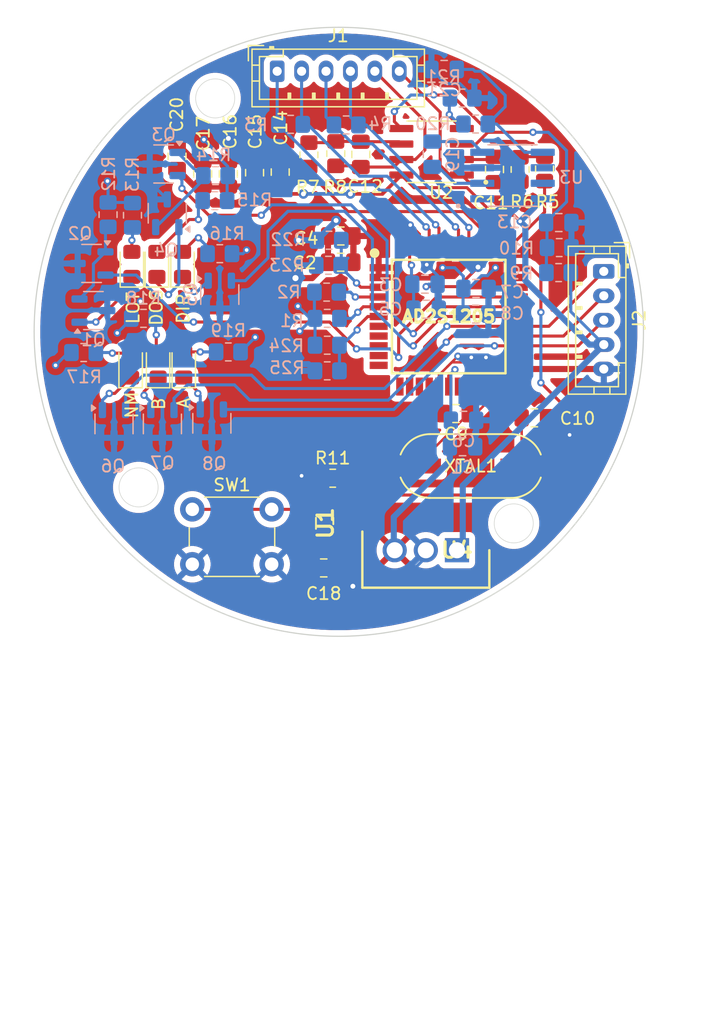
<source format=kicad_pcb>
(kicad_pcb (version 20241229) (generator "pcbnew") (generator_version "9.0")
  (layers (0 "F.Cu" signal) (2 "B.Cu" signal) (13 "F.Paste" user) (15 "B.Paste" user) (5 "F.SilkS" user "F.Silkscreen") (7 "B.SilkS" user "B.Silkscreen") (1 "F.Mask" user) (3 "B.Mask" user) (25 "Edge.Cuts" user))
  (net 0 "")
  (net 1 "+5VA")
  (net 2 "AGND")
  (net 3 "Net-(IC1-REFBYP)")
  (net 4 "Net-(IC1-XTALOUT)")
  (net 5 "Net-(IC1-CLKIN)")
  (net 6 "-IN_1")
  (net 7 "EXC+")
  (net 8 "EXC-")
  (net 9 "-IN_2")
  (net 10 "Vref")
  (net 11 "Vamp+")
  (net 12 "Net-(U3-CAP-)")
  (net 13 "Net-(U3-CAP+)")
  (net 14 "Vamp-")
  (net 15 "Net-(D1-K)")
  (net 16 "Net-(D1-A)")
  (net 17 "Net-(D2-A)")
  (net 18 "Net-(D2-K)")
  (net 19 "Net-(D3-A)")
  (net 20 "Net-(D3-K)")
  (net 21 "Net-(D4-K)")
  (net 22 "Net-(D4-A)")
  (net 23 "Net-(D5-K)")
  (net 24 "Net-(D5-A)")
  (net 25 "Net-(D6-A)")
  (net 26 "Net-(D6-K)")
  (net 27 "LOT")
  (net 28 "DIR")
  (net 30 "SIN+")
  (net 33 "COS-")
  (net 35 "Net-(IC1-~{SAMPLE})")
  (net 36 "B")
  (net 37 "A")
  (net 38 "DOS")
  (net 39 "Net-(IC1-~{RDVEL})")
  (net 41 "SIN-")
  (net 42 "Net-(IC1-~{SOE})")
  (net 43 "EXC-_MCU")
  (net 44 "COS+")
  (net 46 "EXC+_MCU")
  (net 48 "RESET")
  (net 51 "Net-(IC1-~{CS})")
  (net 55 "NM")
  (net 58 "Net-(Q1-B)")
  (net 59 "Net-(Q3-C)")
  (net 60 "Net-(U2-V-)")
  (net 61 "Net-(U1-MR*)")
  (footprint "Capacitor_SMD:C_0805_2012Metric_Pad1.18x1.45mm_HandSolder" (layer "F.Cu") (at 134.15 29.7625 -90)
    (property "Reference" "C14")
    (property "Value" "10nF")
  )
  (footprint "Custom_Symbols:SOIC127P600X175-8N" (layer "F.Cu") (at 146.545 28.1 180)
    (property "Reference" "U2")
    (property "Value" "AD8397")
  )
  (footprint "Capacitor_SMD:C_0805_2012Metric_Pad1.18x1.45mm_HandSolder" (layer "F.Cu") (at 148.55 49.55 180)
    (property "Reference" "C9")
    (property "Value" "22pF")
  )
  (footprint "Capacitor_SMD:C_0805_2012Metric_Pad1.18x1.45mm_HandSolder" (layer "F.Cu") (at 140.75 28.3125 90)
    (property "Reference" "C12")
    (property "Value" "120pF")
  )
  (footprint "Capacitor_SMD:C_0805_2012Metric_Pad1.18x1.45mm_HandSolder" (layer "F.Cu") (at 154.9625 49.9)
    (property "Reference" "C10")
    (property "Value" "22pF")
  )
  (footprint "Diode_SMD:D_0805_2012Metric_Pad1.15x1.40mm_HandSolder" (layer "F.Cu") (at 126.25 45.575 90)
    (property "Reference" "A")
    (property "Value" "LED")
  )
  (footprint "Diode_SMD:D_0805_2012Metric_Pad1.15x1.40mm_HandSolder" (layer "F.Cu") (at 124.05 37.325 90)
    (property "Reference" "DOS")
    (property "Value" "LED")
  )
  (footprint "Resistor_SMD:R_0805_2012Metric_Pad1.20x1.40mm_HandSolder" (layer "F.Cu") (at 138.7 28.25 -90)
    (property "Reference" "R8")
    (property "Value" "15k4")
  )
  (footprint "Capacitor_SMD:C_0805_2012Metric_Pad1.18x1.45mm_HandSolder" (layer "F.Cu") (at 139.1 37.15 180)
    (property "Reference" "C2")
    (property "Value" "10uF")
  )
  (footprint "Diode_SMD:D_0805_2012Metric_Pad1.15x1.40mm_HandSolder" (layer "F.Cu") (at 126.15 37.325 90)
    (property "Reference" "DIR")
    (property "Value" "LED")
  )
  (footprint "Connector_JST:JST_PH_B6B-PH-K_1x06_P2.00mm_Vertical" (layer "F.Cu") (at 133.9 21.5)
    (property "Reference" "J1")
    (property "Value" "Conn_01x06_Pin")
  )
  (footprint "Diode_SMD:D_0805_2012Metric_Pad1.15x1.40mm_HandSolder" (layer "F.Cu") (at 122 37.325 90)
    (property "Reference" "LOT")
    (property "Value" "LED")
  )
  (footprint "Resistor_SMD:R_0805_2012Metric_Pad1.20x1.40mm_HandSolder" (layer "F.Cu") (at 153.8 29.55 -90)
    (property "Reference" "R6")
    (property "Value" "15k4")
  )
  (footprint "LIB_ADM811TARTZ-:ADM811RARTZREEL7" (layer "F.Cu") (at 137.852 58.54 90)
    (property "Reference" "U1")
    (property "Value" "ADM811TARTZ-REEL7" (hide yes))
  )
  (footprint "Connector_JST:JST_PH_B5B-PH-K_1x05_P2.00mm_Vertical" (layer "F.Cu") (at 160.65 37.9 -90)
    (property "Reference" "J2")
    (property "Value" "Conn_01x05_Pin")
  )
  (footprint "AD2S1205:QFP80P1200X1200X160-44N" (layer "F.Cu") (at 147.95 41.6)
    (property "Reference" "AD2S1205")
    (property "Value" "AD2S1205YSTZ" (hide yes))
  )
  (footprint "Capacitor_SMD:C_0805_2012Metric_Pad1.18x1.45mm_HandSolder" (layer "F.Cu") (at 151.7 29.55 90)
    (property "Reference" "C11")
    (property "Value" "120pF")
  )
  (footprint "Resistor_SMD:R_0805_2012Metric_Pad1.20x1.40mm_HandSolder" (layer "F.Cu") (at 155.8 29.5 90)
    (property "Reference" "R5")
    (property "Value" "10k")
  )
  (footprint "Capacitor_SMD:C_0805_2012Metric_Pad1.18x1.45mm_HandSolder" (layer "F.Cu") (at 137.7125 62.2)
    (property "Reference" "C18")
    (property "Value" "0.1uF")
  )
  (footprint "Capacitor_SMD:C_0805_2012Metric_Pad1.18x1.45mm_HandSolder" (layer "F.Cu") (at 127.8 29.9125 -90)
    (property "Reference" "C17")
    (property "Value" "1uF")
  )
  (footprint "Capacitor_SMD:C_0805_2012Metric_Pad1.18x1.45mm_HandSolder" (layer "F.Cu") (at 132.05 29.8125 -90)
    (property "Reference" "C15")
    (property "Value" "10nF")
  )
  (footprint "_ABLS-8-192MHZ-B2-T:XTAL_HC&slash_49US_ABLS_ABR" (layer "F.Cu") (at 149.75 53.85)
    (property "Reference" "XTAL1")
    (property "Value" "ABLS-8.192MHZ-B2-T")
  )
  (footprint "Capacitor_SMD:C_0805_2012Metric_Pad1.18x1.45mm_HandSolder" (layer "F.Cu") (at 129.9 29.9125 -90)
    (property "Reference" "C16")
    (property "Value" "1uF")
  )
  (footprint "Capacitor_SMD:C_0805_2012Metric_Pad1.18x1.45mm_HandSolder" (layer "F.Cu") (at 139.1125 35 180)
    (property "Reference" "C4")
    (property "Value" "10nF")
  )
  (footprint "Diode_SMD:D_0805_2012Metric_Pad1.15x1.40mm_HandSolder" (layer "F.Cu") (at 124.15 45.575 90)
    (property "Reference" "B")
    (property "Value" "LED")
  )
  (footprint "Capacitor_SMD:C_0805_2012Metric_Pad1.18x1.45mm_HandSolder" (layer "F.Cu") (at 125.7 28.475 -90)
    (property "Reference" "C20")
    (property "Value" "0.1uF")
  )
  (footprint "L7805CV:TO255P460X1020X2008-3P" (layer "F.Cu") (at 148.625 60.75 180)
    (property "Reference" "U4")
    (property "Value" "7805" (hide yes))
  )
  (footprint "Button_Switch_THT:SW_PUSH_6mm_H4.3mm" (layer "F.Cu") (at 126.95 57.4)
    (property "Reference" "SW1")
    (property "Value" "SW_Push")
  )
  (footprint "Resistor_SMD:R_0805_2012Metric_Pad1.20x1.40mm_HandSolder" (layer "F.Cu") (at 138.45 54.85)
    (property "Reference" "R11")
    (property "Value" "10k")
  )
  (footprint "Resistor_SMD:R_0805_2012Metric_Pad1.20x1.40mm_HandSolder" (layer "F.Cu") (at 136.5 28.35 90)
    (property "Reference" "R7")
    (property "Value" "10k")
  )
  (footprint "Diode_SMD:D_0805_2012Metric_Pad1.15x1.40mm_HandSolder" (layer "F.Cu") (at 121.9 45.575 90)
    (property "Reference" "NM")
    (property "Value" "LED")
  )
  (footprint "Package_TO_SOT_SMD:SOT-23-3" (layer "B.Cu") (at 129.2 39.8 -90)
    (property "Reference" "Q5")
    (property "Value" "NPN")
  )
  (footprint "Package_TO_SOT_SMD:SOT-23-3" (layer "B.Cu") (at 124.9 33.1375 90)
    (property "Reference" "Q4")
    (property "Value" "NPN")
  )
  (footprint "Resistor_SMD:R_0805_2012Metric_Pad1.20x1.40mm_HandSolder" (layer "B.Cu") (at 122.05 33.3 90)
    (property "Reference" "R13")
    (property "Value" "2k2")
  )
  (footprint "Resistor_SMD:R_0805_2012Metric_Pad1.20x1.40mm_HandSolder" (layer "B.Cu") (at 129.9 44.5)
    (property "Reference" "R19")
    (property "Value" "2k2")
  )
  (footprint "Resistor_SMD:R_0805_2012Metric_Pad1.20x1.40mm_HandSolder" (layer "B.Cu") (at 129.2 36.45)
    (property "Reference" "R16")
    (property "Value" "2k2")
  )
  (footprint "Capacitor_SMD:C_0805_2012Metric_Pad1.18x1.45mm_HandSolder" (layer "B.Cu") (at 146.6 28.3 90)
    (property "Reference" "C19")
    (property "Value" "10uF")
  )
  (footprint "Package_TO_SOT_SMD:SOT-23-3" (layer "B.Cu") (at 128.55 50.35 -90)
    (property "Reference" "Q8")
    (property "Value" "NPN")
  )
  (footprint "Resistor_SMD:R_0805_2012Metric_Pad1.20x1.40mm_HandSolder" (layer "B.Cu") (at 118.05 44.55 180)
    (property "Reference" "R17")
    (property "Value" "2k2")
  )
  (footprint "Resistor_SMD:R_0805_2012Metric_Pad1.20x1.40mm_HandSolder" (layer "B.Cu") (at 120.05 33.25 90)
    (property "Reference" "R12")
    (property "Value" "10k")
  )
  (footprint "Resistor_SMD:R_0805_2012Metric_Pad1.20x1.40mm_HandSolder" (layer "B.Cu") (at 128.8 32.1)
    (property "Reference" "R15")
    (property "Value" "2k2")
  )
  (footprint "Resistor_SMD:R_0805_2012Metric_Pad1.20x1.40mm_HandSolder" (layer "B.Cu") (at 139.55 25.9)
    (property "Reference" "R4")
    (property "Value" "68k")
  )
  (footprint "Resistor_SMD:R_0805_2012Metric_Pad1.20x1.40mm_HandSolder" (layer "B.Cu") (at 128.85 30.05)
    (property "Reference" "R14")
    (property "Value" "10k")
  )
  (footprint "Capacitor_SMD:C_0805_2012Metric_Pad1.18x1.45mm_HandSolder" (layer "B.Cu") (at 147.575 21.35)
    (property "Reference" "C21")
    (property "Value" "10uF")
  )
  (footprint "Capacitor_SMD:C_0805_2012Metric_Pad1.18x1.45mm_HandSolder" (layer "B.Cu") (at 149.1625 50.1)
    (property "Reference" "C6")
    (property "Value" "10nF")
  )
  (footprint "Resistor_SMD:R_0805_2012Metric_Pad1.20x1.40mm_HandSolder" (layer "B.Cu") (at 138.1 37.4 180)
    (property "Reference" "R23")
    (property "Value" "0")
  )
  (footprint "Resistor_SMD:R_0805_2012Metric_Pad1.20x1.40mm_HandSolder" (layer "B.Cu") (at 156.95 38)
    (property "Reference" "R9")
    (property "Value" "22k")
  )
  (footprint "Capacitor_SMD:C_0805_2012Metric_Pad1.18x1.45mm_HandSolder" (layer "B.Cu") (at 146.1 41)
    (property "Reference" "C5")
    (property "Value" "10uF")
  )
  (footprint "Capacitor_SMD:C_0805_2012Metric_Pad1.18x1.45mm_HandSolder" (layer "B.Cu") (at 150.1625 41.4 180)
    (property "Reference" "C8")
    (property "Value" "10nF")
  )
  (footprint "Capacitor_SMD:C_0805_2012Metric_Pad1.18x1.45mm_HandSolder" (layer "B.Cu") (at 146 38.95 180)
    (property "Reference" "C3")
    (property "Value" "10nF")
  )
  (footprint "Resistor_SMD:R_0805_2012Metric_Pad1.20x1.40mm_HandSolder" (layer "B.Cu") (at 138.15 35.35 180)
    (property "Reference" "R22")
    (property "Value" "0")
  )
  (footprint "Resistor_SMD:R_0805_2012Metric_Pad1.20x1.40mm_HandSolder" (layer "B.Cu") (at 138 41.75)
    (property "Reference" "R1")
    (property "Value" "10k")
  )
  (footprint "Package_TO_SOT_SMD:SOT-23-3" (layer "B.Cu") (at 118.85 41.1125)
    (property "Reference" "Q1")
    (property "Value" "NPN")
  )
  (footprint "Resistor_SMD:R_0805_2012Metric_Pad1.20x1.40mm_HandSolder" (layer "B.Cu") (at 122.95 41.75 180)
    (property "Reference" "R18")
    (property "Value" "2k2")
  )
  (footprint "Package_TO_SOT_SMD:SOT-23-3" (layer "B.Cu") (at 124.6 29.1 180)
    (property "Reference" "Q3")
    (property "Value" "NPN")
  )
  (footprint "Package_TO_SOT_SMD:SOT-23-3" (layer "B.Cu") (at 118.7 37.25 180)
    (property "Reference" "Q2")
    (property "Value" "NPN")
  )
  (footprint "Custom_Symbols:SOIC127P600X175-8N" (layer "B.Cu") (at 153.175 30.045)
    (property "Reference" "U3")
    (property "Value" "ICL7660")
  )
  (footprint "Package_TO_SOT_SMD:SOT-23-3" (layer "B.Cu") (at 124.5 50.4 -90)
    (property "Reference" "Q7")
    (property "Value" "NPN")
  )
  (footprint "Capacitor_SMD:C_0805_2012Metric_Pad1.18x1.45mm_HandSolder" (layer "B.Cu") (at 150.1875 39.3 180)
    (property "Reference" "C7")
    (property "Value" "10uF")
  )
  (footprint "Resistor_SMD:R_0805_2012Metric_Pad1.20x1.40mm_HandSolder" (layer "B.Cu") (at 157 35.95 180)
    (property "Reference" "R10")
    (property "Value" "10k")
  )
  (footprint "Resistor_SMD:R_0805_2012Metric_Pad1.20x1.40mm_HandSolder" (layer "B.Cu") (at 138 43.95 180)
    (property "Reference" "R24")
    (property "Value" "0")
  )
  (footprint "Capacitor_SMD:C_0805_2012Metric_Pad1.18x1.45mm_HandSolder" (layer "B.Cu") (at 149.085 52.27)
    (property "Reference" "C1")
    (property "Value" "10uF")
  )
  (footprint "Resistor_SMD:R_0805_2012Metric_Pad1.20x1.40mm_HandSolder" (layer "B.Cu") (at 135 25.85)
    (property "Reference" "R3")
    (property "Value" "68k")
  )
  (footprint "Resistor_SMD:R_0805_2012Metric_Pad1.20x1.40mm_HandSolder" (layer "B.Cu") (at 138 46.05 180)
    (property "Reference" "R25")
    (property "Value" "0")
  )
  (footprint "Capacitor_SMD:C_0805_2012Metric_Pad1.18x1.45mm_HandSolder" (layer "B.Cu") (at 156.9625 33.9 180)
    (property "Reference" "C13")
    (property "Value" "0.1uF")
  )
  (footprint "Package_TO_SOT_SMD:SOT-23-3" (layer "B.Cu") (at 120.5375 50.4 -90)
    (property "Reference" "Q6")
    (property "Value" "NPN")
  )
  (footprint "Resistor_SMD:R_0805_2012Metric_Pad1.20x1.40mm_HandSolder" (layer "B.Cu") (at 149.05 23.7)
    (property "Reference" "R21")
    (property "Value" "0")
  )
  (footprint "Resistor_SMD:R_0805_2012Metric_Pad1.20x1.40mm_HandSolder" (layer "B.Cu") (at 150.15 25.825)
    (property "Reference" "R20")
    (property "Value" "0")
  )
  (footprint "Resistor_SMD:R_0805_2012Metric_Pad1.20x1.40mm_HandSolder" (layer "B.Cu") (at 137.95 39.6)
    (property "Reference" "R2")
    (property "Value" "10k")
  )
  (gr_circle (center 128.825 23.725) (end 130.425 23.725) (stroke (width 0.05)) (fill no) (layer "Edge.Cuts"))
  (gr_circle (center 153.275 58.55) (end 154.875 58.55) (stroke (width 0.05)) (fill no) (layer "Edge.Cuts"))
  (gr_circle (center 138.948149 42.85) (end 150.632149 64.8972) (stroke (width 0.1)) (fill no) (layer "Edge.Cuts"))
  (gr_circle (center 122.55 55.6) (end 124.15 55.6) (stroke (width 0.05)) (fill no) (layer "Edge.Cuts"))
  (segment (start 138.878771 33.728771) (end 138.723534 33.728771) (width 0.5) (layer "F.Cu") (net 1))
  (segment (start 140.15 35) (end 138.878771 33.728771) (width 0.5) (layer "F.Cu") (net 1))
  (segment (start 142.212 38.4) (end 142.212 37.6) (width 0.5) (layer "F.Cu") (net 1))
  (segment (start 151.775 37.6) (end 152.575 38.4) (width 0.25) (layer "F.Cu") (net 1))
  (segment (start 146.6495 38.4) (end 142.212 38.4) (width 0.5) (layer "F.Cu") (net 1))
  (segment (start 120.8 42.95) (end 120.8 42.25) (width 0.25) (layer "F.Cu") (net 1))
  (segment (start 147.95 35.862) (end 147.95 37.0995) (width 0.5) (layer "F.Cu") (net 1))
  (segment (start 140.15 35) (end 140.15 37.1375) (width 0.5) (layer "F.Cu") (net 1))
  (segment (start 140.15 37.1375) (end 140.1375 37.15) (width 0.5) (layer "F.Cu") (net 1))
  (segment (start 147.95 37.0995) (end 147.4495 37.6) (width 0.5) (layer "F.Cu") (net 1))
  (segment (start 147.4495 37.6) (end 146.6495 38.4) (width 0.5) (layer "F.Cu") (net 1))
  (segment (start 120.8 42.25) (end 122.7 40.35) (width 0.25) (layer "F.Cu") (net 1))
  (segment (start 152.575 38.4) (end 153.688 38.4) (width 0.25) (layer "F.Cu") (net 1))
  (segment (start 147.95 46.462015) (end 148.462015 45.95) (width 0.25) (layer "F.Cu") (net 1))
  (segment (start 147.95 47.338) (end 147.95 46.462015) (width 0.25) (layer "F.Cu") (net 1))
  (via (at 115.75 45.6) (size 0.6) (drill 0.3) (layers "F.Cu" "B.Cu") (net 1))
  (via (at 120.8 42.95) (size 0.6) (drill 0.3) (layers "F.Cu" "B.Cu") (net 1))
  (via (at 120 30.5) (size 0.6) (drill 0.3) (layers "F.Cu" "B.Cu") (net 1))
  (via (at 131.4 36.15) (size 0.6) (drill 0.3) (layers "F.Cu" "B.Cu") (net 1))
  (via (at 138.723534 33.728771) (size 0.8) (drill 0.4) (layers "F.Cu" "B.Cu") (net 1))
  (via (at 147.4495 37.6) (size 0.6) (drill 0.3) (layers "F.Cu" "B.Cu") (net 1))
  (via (at 135.6 40.75) (size 0.6) (drill 0.3) (layers "F.Cu" "B.Cu") (net 1))
  (via (at 135.65 35.35) (size 0.8) (drill 0.4) (layers "F.Cu" "B.Cu") (net 1))
  (via (at 132.1 43.3) (size 0.6) (drill 0.3) (layers "F.Cu" "B.Cu") (net 1))
  (via (at 148.462015 45.95) (size 0.6) (drill 0.3) (layers "F.Cu" "B.Cu") (net 1))
  (via (at 122.7 40.35) (size 0.6) (drill 0.3) (layers "F.Cu" "B.Cu") (net 1))
  (via (at 135.75 42.8) (size 0.6) (drill 0.3) (layers "F.Cu" "B.Cu") (net 1))
  (via (at 151.775 37.6) (size 0.6) (drill 0.3) (layers "F.Cu" "B.Cu") (net 1))
  (via (at 127.9 27.1) (size 0.6) (drill 0.3) (layers "F.Cu" "B.Cu") (net 1))
  (segment (start 149.125 39.325) (end 149.15 39.3) (width 0.25) (layer "B.Cu") (net 1))
  (segment (start 130.2 36.45) (end 131.1 36.45) (width 0.25) (layer "B.Cu") (net 1))
  (segment (start 148.0475 52.27) (end 148.0475 53.4275) (width 0.5) (layer "B.Cu") (net 1))
  (segment (start 132.1 43.3) (end 130.9 44.5) (width 0.25) (layer "B.Cu") (net 1))
  (segment (start 148.125 46.287015) (end 148.125 50.1) (width 0.25) (layer "B.Cu") (net 1))
  (segment (start 122 32.25) (end 122.05 32.3) (width 0.25) (layer "B.Cu") (net 1))
  (segment (start 136.95 39.6) (end 136.95 41.7) (width 0.25) (layer "B.Cu") (net 1))
  (segment (start 129.25 28.7) (end 129.85 29.3) (width 0.25) (layer "B.Cu") (net 1))
  (segment (start 129.85 29.3) (end 129.85 30.05) (width 0.25) (layer "B.Cu") (net 1))
  (segment (start 116.8 44.55) (end 115.75 45.6) (width 0.25) (layer "B.Cu") (net 1))
  (segment (start 137 41.75) (end 136.8 41.75) (width 0.25) (layer "B.Cu") (net 1))
  (segment (start 151.126 38.249) (end 151.775 37.6) (width 0.25) (layer "B.Cu") (net 1))
  (segment (start 148.0475 53.4275) (end 143.45 58.025) (width 0.5) (layer "B.Cu") (net 1))
  (segment (start 143.45 58.025) (end 143.45 60.675) (width 0.5) (layer "B.Cu") (net 1))
  (segment (start 150.641986 38.249) (end 151.126 38.249) (width 0.25) (layer "B.Cu") (net 1))
  (segment (start 138.723534 33.728771) (end 138.675 33.777305) (width 0.5) (layer "B.Cu") (net 1))
  (segment (start 121.95 41.75) (end 121.95 41.8) (width 0.25) (layer "B.Cu") (net 1))
  (segment (start 129.8 30.1) (end 129.85 30.05) (width 0.25) (layer "B.Cu") (net 1))
  (segment (start 130.2 32.5) (end 129.8 32.1) (width 0.25) (layer "B.Cu") (net 1))
  (segment (start 149.590986 39.3) (end 150.641986 38.249) (width 0.25) (layer "B.Cu") (net 1))
  (segment (start 129.25 28.45) (end 129.25 28.7) (width 0.25) (layer "B.Cu") (net 1))
  (segment (start 149.15 39.3) (end 149.590986 39.3) (width 0.25) (layer "B.Cu") (net 1))
  (segment (start 117.05 44.55) (end 116.8 44.55) (width 0.25) (layer "B.Cu") (net 1))
  (segment (start 147.4495 37.6) (end 148.4505 37.6) (width 0.25) (layer "B.Cu") (net 1))
  (segment (start 137.15 35.35) (end 135.65 35.35) (width 0.5) (layer "B.Cu") (net 1))
  (segment (start 120.05 30.55) (end 120 30.5) (width 0.25) (layer "B.Cu") (net 1))
  (segment (start 136.6 41.75) (end 135.6 40.75) (width 0.25) (layer "B.Cu") (net 1))
  (segment (start 137 43.95) (end 137 41.75) (width 0.25) (layer "B.Cu") (net 1))
  (segment (start 121.95 41.8) (end 120.8 42.95) (width 0.25) (layer "B.Cu") (net 1))
  (segment (start 131.1 36.45) (end 131.4 36.15) (width 0.25) (layer "B.Cu") (net 1))
  (segment (start 127.9 27.1) (end 129.25 28.45) (width 0.25) (layer "B.Cu") (net 1))
  (segment (start 136.95 41.7) (end 137 41.75) (width 0.25) (layer "B.Cu") (net 1))
  (segment (start 149.125 41.4) (end 149.125 39.325) (width 0.25) (layer "B.Cu") (net 1))
  (segment (start 148.0475 52.27) (end 148.0475 50.1775) (width 0.5) (layer "B.Cu") (net 1))
  (segment (start 138.675 33.825) (end 137.15 35.35) (width 0.5) (layer "B.Cu") (net 1))
  (segment (start 138.675 33.777305) (end 138.675 33.825) (width 0.5) (layer "B.Cu") (net 1))
  (segment (start 148.4505 37.6) (end 149.15 38.2995) (width 0.25) (layer "B.Cu") (net 1))
  (segment (start 120.05 32.25) (end 120.05 30.55) (width 0.25) (layer "B.Cu") (net 1))
  (segment (start 148.462015 45.95) (end 148.125 46.287015) (width 0.25) (layer "B.Cu") (net 1))
  (segment (start 149.15 38.2995) (end 149.15 39.3) (width 0.25) (layer "B.Cu") (net 1))
  (segment (start 136.8 41.75) (end 135.75 42.8) (width 0.25) (layer "B.Cu") (net 1))
  (segment (start 120.05 32.25) (end 122 32.25) (width 0.25) (layer "B.Cu") (net 1))
  (segment (start 137 41.75) (end 136.743071 42.006929) (width 0.25) (layer "B.Cu") (net 1))
  (segment (start 143.45 60.675) (end 143.525 60.75) (width 0.5) (layer "B.Cu") (net 1))
  (segment (start 129.8 32.1) (end 129.8 30.1) (width 0.25) (layer "B.Cu") (net 1))
  (segment (start 148.0475 50.1775) (end 148.125 50.1) (width 0.5) (layer "B.Cu") (net 1))
  (segment (start 137 41.75) (end 136.6 41.75) (width 0.25) (layer "B.Cu") (net 1))
  (segment (start 129.9 27) (end 129.9 28.875) (width 0.5) (layer "F.Cu") (net 2))
  (segment (start 146.1 39.15) (end 148.75 39.15) (width 0.25) (layer "F.Cu") (net 2))
  (segment (start 149.5 45.35) (end 149.5 45.25) (width 0.2) (layer "F.Cu") (net 2))
  (segment (start 137.45 54.85) (end 136.1 54.85) (width 0.25) (layer "F.Cu") (net 2))
  (segment (start 127.8 28.875) (end 129.9 28.875) (width 0.5) (layer "F.Cu") (net 2))
  (segment (start 149.5 45.35) (end 150.25 45.35) (width 0.2) (layer "F.Cu") (net 2))
  (segment (start 138.75 62.2) (end 138.75 59.451) (width 0.5) (layer "F.Cu") (net 2))
  (segment (start 147.82525 45.72525) (end 148.2005 45.35) (width 0.2) (layer "F.Cu") (net 2))
  (segment (start 153.688 45.6) (end 154.2 45.6) (width 0.2) (layer "F.Cu") (net 2))
  (segment (start 160.65 45.9) (end 153.988 45.9) (width 0.5) (layer "F.Cu") (net 2))
  (segment (start 127.1375 28.875) (end 125.7 27.4375) (width 0.5) (layer "F.Cu") (net 2))
  (segment (start 145.55 34.85) (end 145.55 35.862) (width 0.25) (layer "F.Cu") (net 2))
  (segment (start 131.95 28.875) (end 132.05 28.775) (width 0.5) (layer "F.Cu") (net 2))
  (segment (start 144.8 34.1) (end 145.55 34.85) (width 0.25) (layer "F.Cu") (net 2))
  (segment (start 138.75 59.451) (end 138.805 59.396) (width 0.5) (layer "F.Cu") (net 2))
  (segment (start 148.7 44.85) (end 148.3 45.25) (width 0.2) (layer "F.Cu") (net 2))
  (segment (start 150.25 45.35) (end 150.55 45.35) (width 0.2) (layer "F.Cu") (net 2))
  (segment (start 151 44.95) (end 150.6 45.35) (width 0.2) (layer "F.Cu") (net 2))
  (segment (start 146.15 37.35) (end 145.55 36.75) (width 0.25) (layer "F.Cu") (net 2))
  (segment (start 147.15 47.338) (end 147.15 46.4005) (width 0.2) (layer "F.Cu") (net 2))
  (segment (start 138.0625 35.0125) (end 138.075 35) (width 0.5) (layer "F.Cu") (net 2))
  (segment (start 148.75 39.15) (end 150.35 37.55) (width 0.25) (layer "F.Cu") (net 2))
  (segment (start 151 45.1) (end 151 44.95) (width 0.2) (layer "F.Cu") (net 2))
  (segment (start 147.5125 49.55) (end 147.15 49.1875) (width 0.2) (layer "F.Cu") (net 2))
  (segment (start 138.75 62.2) (end 138.75 62.35) (width 0.5) (layer "F.Cu") (net 2))
  (segment (start 149.5 45.25) (end 149.8 44.95) (width 0.2) (layer "F.Cu") (net 2))
  (segment (start 138.75 62.35) (end 140.1 63.7) (width 0.5) (layer "F.Cu") (net 2))
  (segment (start 135.4 38.45) (end 136.7625 38.45) (width 0.5) (layer "F.Cu") (net 2))
  (segment (start 150.55 45.35) (end 150.8 45.6) (width 0.2) (layer "F.Cu") (net 2))
  (segment (start 145.55 36.75) (end 145.55 35.862) (width 0.25) (layer "F.Cu") (net 2))
  (segment (start 150.6 45.35) (end 150.55 45.35) (width 0.2) (layer "F.Cu") (net 2))
  (segment (start 138.0625 37.15) (end 138.0625 35.0125) (width 0.5) (layer "F.Cu") (net 2))
  (segment (start 148.3 45.2505) (end 147.82525 45.72525) (width 0.2) (layer "F.Cu") (net 2))
  (segment (start 153.988 45.9) (end 153.688 45.6) (width 0.5) (layer "F.Cu") (net 2))
  (segment (start 132.05 28.775) (end 134.1 28.775) (width 0.5) (layer "F.Cu") (net 2))
  (segment (start 148.9 45.35) (end 149.5 45.35) (width 0.2) (layer "F.Cu") (net 2))
  (segment (start 150.8 45.6) (end 153.688 45.6) (width 0.2) (layer "F.Cu") (net 2))
  (segment (start 148.3 45.25) (end 148.3 45.2505) (width 0.2) (layer "F.Cu") (net 2))
  (segment (start 138.075 35) (end 138.075 34.525) (width 0.25) (layer "F.Cu") (net 2))
  (segment (start 156 49.9) (end 156.45 49.9) (width 0.2) (layer "F.Cu") (net 2))
  (segment (start 136.7625 38.45) (end 138.0625 37.15) (width 0.5) (layer "F.Cu") (net 2))
  (segment (start 150.35 35.862) (end 150.35 37.55) (width 0.5) (layer "F.Cu") (net 2))
  (segment (start 147.15 46.4005) (end 147.82525 45.72525) (width 0.2) (layer "F.Cu") (net 2))
  (segment (start 134.1 28.775) (end 134.15 28.725) (width 0.5) (layer "F.Cu") (net 2))
  (segment (start 147.15 49.1875) (end 147.15 47.338) (width 0.2) (layer "F.Cu") (net 2))
  (segment (start 127.8 28.875) (end 127.1375 28.875) (width 0.5) (layer "F.Cu") (net 2))
  (segment (start 129.9 28.875) (end 131.95 28.875) (width 0.5) (layer "F.Cu") (net 2))
  (segment (start 148.2005 45.35) (end 148.9 45.35) (width 0.2) (layer "F.Cu") (net 2))
  (segment (start 156.45 49.9) (end 157.85 51.3) (width 0.2) (layer "F.Cu") (net 2))
  (segment (start 136.1 54.85) (end 135.9 54.65) (width 0.25) (layer "F.Cu") (net 2))
  (via (at 129.9 27) (size 0.8) (drill 0.4) (layers "F.Cu" "B.Cu") (net 2))
  (via (at 144.8 34.1) (size 0.6) (drill 0.3) (layers "F.Cu" "B.Cu") (net 2))
  (via (at 135.9 54.65) (size 0.6) (drill 0.3) (layers "F.Cu" "B.Cu") (net 2))
  (via (at 150.35 37.55) (size 0.8) (drill 0.4) (layers "F.Cu" "B.Cu") (net 2))
  (via (at 135.4 38.45) (size 0.8) (drill 0.5) (layers "F.Cu" "B.Cu") (net 2))
  (via (at 157.85 51.3) (size 0.6) (drill 0.3) (layers "F.Cu" "B.Cu") (net 2))
  (via (at 149.8 44.95) (size 0.6) (drill 0.3) (layers "F.Cu" "B.Cu") (net 2))
  (via (at 140.1 63.7) (size 0.8) (drill 0.4) (layers "F.Cu" "B.Cu") (net 2))
  (via (at 146.1 39.15) (size 0.6) (drill 0.3) (layers "F.Cu" "B.Cu") (net 2))
  (via (at 148.7 44.85) (size 0.6) (drill 0.3) (layers "F.Cu" "B.Cu") (net 2))
  (via (at 151 44.95) (size 0.6) (drill 0.3) (layers "F.Cu" "B.Cu") (net 2))
  (via (at 146.15 37.35) (size 0.6) (drill 0.3) (layers "F.Cu" "B.Cu") (net 2))
  (segment (start 148.8625 22.5125) (end 147.7 22.5125) (width 0.25) (layer "B.Cu") (net 2))
  (segment (start 149.95 23.65) (end 149.95 23.4) (width 0.25) (layer "B.Cu") (net 2))
  (segment (start 146.075 60.75) (end 146.075 61.325) (width 0.25) (layer "B.Cu") (net 2))
  (segment (start 147.0375 38.95) (end 146.3 38.95) (width 0.25) (layer "B.Cu") (net 2))
  (segment (start 149.95 23.4) (end 149.95 23.8) (width 0.25) (layer "B.Cu") (net 2))
  (segment (start 150.05 23.7) (end 148.8625 22.5125) (width 0.25) (layer "B.Cu") (net 2))
  (segment (start 146.075 61.325) (end 143.7 63.7) (width 0.25) (layer "B.Cu") (net 2))
  (segment (start 150 23.35) (end 149.95 23.4) (width 0.25) (layer "B.Cu") (net 2))
  (segment (start 147.7 22.5125) (end 146.5375 21.35) (width 0.25) (layer "B.Cu") (net 2))
  (segment (start 147.1375 41) (end 147.15 40.9875) (width 0.25) (layer "B.Cu") (net 2))
  (segment (start 150.2 52.1925) (end 150.1225 52.27) (width 0.25) (layer "B.Cu") (net 2))
  (segment (start 146.3 38.95) (end 146.1 39.15) (width 0.25) (layer "B.Cu") (net 2))
  (segment (start 147.15 39.4125) (end 147.0375 39.3) (width 0.25) (layer "B.Cu") (net 2))
  (segment (start 137.15 37.35) (end 137.1 37.4) (width 0.25) (layer "B.Cu") (net 2))
  (segment (start 143.7 63.7) (end 140.1 63.7) (width 0.25) (layer "B.Cu") (net 2))
  (segment (start 136.45 45.5) (end 132.8 45.5) (width 0.5) (layer "B.Cu") (net 2))
  (segment (start 147.0375 38.2375) (end 146.15 37.35) (width 0.25) (layer "B.Cu") (net 2))
  (segment (start 147.0375 39.3) (end 147.0375 38.95) (width 0.25) (layer "B.Cu") (net 2))
  (segment (start 137 46.05) (end 136.45 45.5) (width 0.5) (layer "B.Cu") (net 2))
  (segment (start 123.4625 29.1) (end 123.4625 30.5625) (width 0.25) (layer "B.Cu") (net 2))
  (segment (start 147.15 40.9875) (end 147.15 39.4125) (width 0.25) (layer "B.Cu") (net 2))
  (segment (start 150.2 50.1) (end 150.2 52.1925) (width 0.25) (layer "B.Cu") (net 2))
  (segment (start 123.4625 30.5625) (end 124.9 32) (width 0.25) (layer "B.Cu") (net 2))
  (segment (start 147.0375 38.95) (end 147.0375 38.2375) (width 0.25) (layer "B.Cu") (net 2))
  (segment (start 144.75 35.862) (end 144.75 37.25) (width 0.25) (layer "F.Cu") (net 3))
  (segment (start 144.75 37.25) (end 144.9 37.4) (width 0.25) (layer "F.Cu") (net 3))
  (via (at 144.9 37.4) (size 0.6) (drill 0.3) (layers "F.Cu" "B.Cu") (net 3))
  (segment (start 145.075 39.4125) (end 144.9625 39.3) (width 0.25) (layer "B.Cu") (net 3))
  (segment (start 144.9 37.4) (end 144.9 38.8875) (width 0.25) (layer "B.Cu") (net 3))
  (segment (start 145.0625 41) (end 145.075 40.9875) (width 0.25) (layer "B.Cu") (net 3))
  (segment (start 144.9 38.8875) (end 144.9625 38.95) (width 0.25) (layer "B.Cu") (net 3))
  (segment (start 145.075 40.9875) (end 145.075 39.4125) (width 0.25) (layer "B.Cu") (net 3))
  (segment (start 144.9625 39.3) (end 144.9625 38.95) (width 0.25) (layer "B.Cu") (net 3))
  (segment (start 149.5875 49.55) (end 150.175 49.55) (width 0.2) (layer "F.Cu") (net 4))
  (segment (start 145.2875 53.85) (end 149.5875 49.55) (width 0.2) (layer "F.Cu") (net 4))
  (segment (start 144.9748 53.85) (end 146.702 53.85) (width 0.2) (layer "F.Cu") (net 4))
  (segment (start 144.9748 53.85) (end 145.2875 53.85) (width 0.2) (layer "F.Cu") (net 4))
  (segment (start 151.15 48.575) (end 151.15 47.338) (width 0.2) (layer "F.Cu") (net 4))
  (segment (start 150.175 49.55) (end 151.15 48.575) (width 0.2) (layer "F.Cu") (net 4))
  (segment (start 153.925 49.9) (end 151.95 47.925) (width 0.2) (layer "F.Cu") (net 5))
  (segment (start 151.95 47.925) (end 151.95 47.338) (width 0.2) (layer "F.Cu") (net 5))
  (segment (start 153.925 49.9) (end 153.925 53.2498) (width 0.2) (layer "F.Cu") (net 5))
  (segment (start 153.925 53.2498) (end 154.5252 53.85) (width 0.2) (layer "F.Cu") (net 5))
  (segment (start 155.8 28.5) (end 153.85 28.5) (width 0.25) (layer "F.Cu") (net 6))
  (segment (start 153.85 28.5) (end 153.8 28.55) (width 0.25) (layer "F.Cu") (net 6))
  (segment (start 149.02 28.735) (end 151.4775 28.735) (width 0.25) (layer "F.Cu") (net 6))
  (segment (start 151.7375 28.55) (end 151.7 28.5125) (width 0.25) (layer "F.Cu") (net 6))
  (segment (start 153.8 28.55) (end 151.7375 28.55) (width 0.25) (layer "F.Cu") (net 6))
  (segment (start 151.4775 28.735) (end 151.7 28.5125) (width 0.25) (layer "F.Cu") (net 6))
  (segment (start 147.25 29.22) (end 147.25 24.85) (width 0.25) (layer "F.Cu") (net 7))
  (segment (start 151.7 30.5875) (end 149.6025 30.5875) (width 0.25) (layer "F.Cu") (net 7))
  (segment (start 149.02 30.005) (end 148.035 30.005) (width 0.25) (layer "F.Cu") (net 7))
  (segment (start 153.8 30.55) (end 151.7375 30.55) (width 0.25) (layer "F.Cu") (net 7))
  (segment (start 151.7375 30.55) (end 151.7 30.5875) (width 0.25) (layer "F.Cu") (net 7))
  (segment (start 148.035 30.005) (end 147.25 29.22) (width 0.25) (layer "F.Cu") (net 7))
  (segment (start 149.6025 30.5875) (end 149.02 30.005) (width 0.25) (layer "F.Cu") (net 7))
  (segment (start 147.25 24.85) (end 143.9 21.5) (width 0.25) (layer "F.Cu") (net 7))
  (segment (start 140.65 29.25) (end 140.75 29.35) (width 0.25) (layer "F.Cu") (net 8))
  (segment (start 138.7 29.25) (end 140.65 29.25) (width 0.25) (layer "F.Cu") (net 8))
  (segment (start 146 27.95) (end 146 25.6) (width 0.25) (layer "F.Cu") (net 8))
  (segment (start 144.07 28.735) (end 145.215 28.735) (width 0.25) (layer "F.Cu") (net 8))
  (segment (start 145.215 28.735) (end 146 27.95) (width 0.25) (layer "F.Cu") (net 8))
  (segment (start 140.75 29.35) (end 143.455 29.35) (width 0.25) (layer "F.Cu") (net 8))
  (segment (start 143.455 29.35) (end 144.07 28.735) (width 0.25) (layer "F.Cu") (net 8))
  (segment (start 146 25.6) (end 141.9 21.5) (width 0.25) (layer "F.Cu") (net 8))
  (segment (start 140.725 27.25) (end 140.75 27.275) (width 0.25) (layer "F.Cu") (net 9))
  (segment (start 138.7 27.25) (end 140.725 27.25) (width 0.25) (layer "F.Cu") (net 9))
  (segment (start 140.75 27.275) (end 143.88 27.275) (width 0.25) (layer "F.Cu") (net 9))
  (segment (start 143.88 27.275) (end 144.07 27.465) (width 0.25) (layer "F.Cu") (net 9))
  (segment (start 138.6 27.35) (end 138.7 27.25) (width 0.25) (layer "F.Cu") (net 9))
  (segment (start 136.5 27.35) (end 138.6 27.35) (width 0.25) (layer "F.Cu") (net 9))
  (segment (start 150.185 27.465) (end 151.2 26.45) (width 0.25) (layer "F.Cu") (net 10))
  (segment (start 146.733884 23.45) (end 148.2 23.45) (width 0.25) (layer "F.Cu") (net 10))
  (segment (start 148.2 23.45) (end 151.25 26.5) (width 0.25) (layer "F.Cu") (net 10))
  (segment (start 154.85 26.5) (end 151.25 26.5) (width 0.25) (layer "F.Cu") (net 10))
  (segment (start 146.716942 23.433058) (end 146.733884 23.45) (width 0.25) (layer "F.Cu") (net 10))
  (segment (start 149.02 27.465) (end 150.185 27.465) (width 0.25) (layer "F.Cu") (net 10))
  (segment (start 143.5 24.8) (end 143.5 25.625) (width 0.25) (layer "F.Cu") (net 10))
  (segment (start 151.2 26.45) (end 151.25 26.5) (width 0.25) (layer "F.Cu") (net 10))
  (segment (start 143.5 25.625) (end 144.07 26.195) (width 0.25) (layer "F.Cu") (net 10))
  (via (at 154.85 26.5) (size 0.6) (drill 0.3) (layers "F.Cu" "B.Cu") (net 10))
  (via (at 143.5 24.8) (size 0.6) (drill 0.3) (layers "F.Cu" "B.Cu") (net 10))
  (via (at 146.716942 23.433058) (size 0.6) (drill 0.3) (layers "F.Cu" "B.Cu") (net 10))
  (segment (start 155.95 38) (end 155.95 36) (width 0.25) (layer "B.Cu") (net 10))
  (segment (start 156 35.95) (end 156 33.975) (width 0.25) (layer "B.Cu") (net 10))
  (segment (start 146.7 23.45) (end 144.85 23.45) (width 0.25) (layer "B.Cu") (net 10))
  (segment (start 146.716942 23.433058) (end 146.7 23.45) (width 0.25) (layer "B.Cu") (net 10))
  (segment (start 157.6 32.2) (end 155.925 33.875) (width 0.25) (layer "B.Cu") (net 10))
  (segment (start 156 33.975) (end 155.925 33.9) (width 0.25) (layer "B.Cu") (net 10))
  (segment (start 154.85 26.5) (end 156.1 26.5) (width 0.25) (layer "B.Cu") (net 10))
  (segment (start 157.6 28) (end 157.6 32.2) (width 0.25) (layer "B.Cu") (net 10))
  (segment (start 155.95 36) (end 156 35.95) (width 0.25) (layer "B.Cu") (net 10))
  (segment (start 144.85 23.45) (end 143.5 24.8) (width 0.25) (layer "B.Cu") (net 10))
  (segment (start 156.1 26.5) (end 157.6 28) (width 0.25) (layer "B.Cu") (net 10))
  (segment (start 129.9 30.95) (end 131.95 30.95) (width 0.5) (layer "F.Cu") (net 11))
  (segment (start 144.07 30.005) (end 145.1035 31.0385) (width 0.25) (layer "F.Cu") (net 11))
  (segment (start 127.8 30.95) (end 127.1375 30.95) (width 0.5) (layer "F.Cu") (net 11))
  (segment (start 145.1035 31.0385) (end 149.4385 31.0385) (width 0.25) (layer "F.Cu") (net 11))
  (segment (start 134.1 30.85) (end 134.15 30.8) (width 0.5) (layer "F.Cu") (net 11))
  (segment (start 136.05 31.55) (end 134.9 31.55) (width 0.3) (layer "F.Cu") (net 11))
  (segment (start 127.8 30.95) (end 129.9 30.95) (width 0.5) (layer "F.Cu") (net 11))
  (segment (start 134.9 31.55) (end 134.15 30.8) (width 0.3) (layer "F.Cu") (net 11))
  (segment (start 149.4385 31.0385) (end 151.7 33.3) (width 0.25) (layer "F.Cu") (net 11))
  (segment (start 144.07 30.005) (end 142.525 31.55) (width 0.3) (layer "F.Cu") (net 11))
  (segment (start 132.05 30.85) (end 134.1 30.85) (width 0.5) (layer "F.Cu") (net 11))
  (segment (start 131.95 30.95) (end 132.05 30.85) (width 0.5) (layer "F.Cu") (net 11))
  (segment (start 153.3 33.3) (end 153.8 33.8) (width 0.25) (layer "F.Cu") (net 11))
  (segment (start 127.1375 30.95) (end 125.7 29.5125) (width 0.5) (layer "F.Cu") (net 11))
  (segment (start 151.7 33.3) (end 153.3 33.3) (width 0.25) (layer "F.Cu") (net 11))
  (segment (start 142.525 31.55) (end 139.9 31.55) (width 0.3) (layer "F.Cu") (net 11))
  (via (at 139.9 31.55) (size 0.8) (drill 0.4) (layers "F.Cu" "B.Cu") (net 11))
  (via (at 136.05 31.55) (size 0.8) (drill 0.4) (layers "F.Cu" "B.Cu") (net 11))
  (via (at 153.8 33.8) (size 0.6) (drill 0.3) (layers "F.Cu" "B.Cu") (net 11))
  (segment (start 157.95 38) (end 157.95 41.2) (width 0.25) (layer "B.Cu") (net 11))
  (segment (start 149.1 60.275) (end 149.1 55.45) (width 0.5) (layer "B.Cu") (net 11))
  (segment (start 154.225 34.225) (end 153.8 33.8) (width 0.5) (layer "B.Cu") (net 11))
  (segment (start 148.625 60.75) (end 149.1 60.275) (width 0.5) (layer "B.Cu") (net 11))
  (segment (start 157.95 41.2) (end 160.65 43.9) (width 0.25) (layer "B.Cu") (net 11))
  (segment (start 149.1 55.45) (end 160.65 43.9) (width 0.5) (layer "B.Cu") (net 11))
  (segment (start 159.475 43.9) (end 154.225 38.65) (width 0.5) (layer "B.Cu") (net 11))
  (segment (start 153.8 33.8) (end 155.65 31.95) (width 0.5) (layer "B.Cu") (net 11))
  (segment (start 154.225 38.65) (end 154.225 34.225) (width 0.5) (layer "B.Cu") (net 11))
  (segment (start 154.95 31.95) (end 155.65 31.95) (width 0.25) (layer "B.Cu") (net 11))
  (segment (start 139.9 31.55) (end 136.05 31.55) (width 0.3) (layer "B.Cu") (net 11))
  (segment (start 160.65 43.9) (end 159.475 43.9) (width 0.5) (layer "B.Cu") (net 11))
  (segment (start 146.6 27.2625) (end 149.8225 27.2625) (width 0.25) (layer "B.Cu") (net 12))
  (segment (start 149.8225 27.2625) (end 150.7 28.14) (width 0.25) (layer "B.Cu") (net 12))
  (segment (start 146.6 29.3375) (end 147.1 29.3375) (width 0.25) (layer "B.Cu") (net 13))
  (segment (start 148.4425 30.68) (end 150.7 30.68) (width 0.25) (layer "B.Cu") (net 13))
  (segment (start 147.1 29.3375) (end 148.4425 30.68) (width 0.25) (layer "B.Cu") (net 13))
  (segment (start 152.575 23.475) (end 150.6 21.5) (width 0.25) (layer "B.Cu") (net 14))
  (segment (start 151.15 25.825) (end 152.575 24.4) (width 0.25) (layer "B.Cu") (net 14))
  (segment (start 149.95 21.35) (end 148.6125 21.35) (width 0.25) (layer "B.Cu") (net 14))
  (segment (start 152.575 24.4) (end 152.575 23.475) (width 0.25) (layer "B.Cu") (net 14))
  (segment (start 151.875 25.825) (end 151.15 25.825) (width 0.25) (layer "B.Cu") (net 14))
  (segment (start 150.1 21.5) (end 149.95 21.35) (width 0.25) (layer "B.Cu") (net 14))
  (segment (start 155.65 28.14) (end 154.19 28.14) (width 0.25) (layer "B.Cu") (net 14))
  (segment (start 150.6 21.5) (end 150.1 21.5) (width 0.25) (layer "B.Cu") (net 14))
  (segment (start 154.19 28.14) (end 151.875 25.825) (width 0.25) (layer "B.Cu") (net 14))
  (segment (start 119.05 42.05) (end 122 39.1) (width 0.25) (layer "F.Cu") (net 15))
  (segment (start 122 39.1) (end 122 38.35) (width 0.25) (layer "F.Cu") (net 15))
  (via (at 119.05 42.05) (size 0.6) (drill 0.3) (layers "F.Cu" "B.Cu") (net 15))
  (segment (start 119.0375 42.0625) (end 119.05 42.05) (width 0.25) (layer "B.Cu") (net 15))
  (segment (start 117.7125 42.0625) (end 119.0375 42.0625) (width 0.25) (layer "B.Cu") (net 15))
  (segment (start 122 35.35) (end 122 36.3) (width 0.25) (layer "F.Cu") (net 16))
  (via (at 122 35.35) (size 0.6) (drill 0.3) (layers "F.Cu" "B.Cu") (net 16))
  (segment (start 122 35.35) (end 122.05 35.3) (width 0.25) (layer "B.Cu") (net 16))
  (segment (start 122.05 35.3) (end 122.05 34.3) (width 0.25) (layer "B.Cu") (net 16))
  (segment (start 126.7 33.65) (end 127.45 33.65) (width 0.25) (layer "F.Cu") (net 17))
  (segment (start 124.05 36.3) (end 126.7 33.65) (width 0.25) (layer "F.Cu") (net 17))
  (via (at 127.45 33.65) (size 0.6) (drill 0.3) (layers "F.Cu" "B.Cu") (net 17))
  (segment (start 127.45 33.65) (end 127.45 32.45) (width 0.25) (layer "B.Cu") (net 17))
  (segment (start 127.45 32.45) (end 127.8 32.1) (width 0.25) (layer "B.Cu") (net 17))
  (segment (start 124.05 38.35) (end 124.05 38.85) (width 0.25) (layer "F.Cu") (net 18))
  (segment (start 124.05 38.85) (end 125 39.8) (width 0.25) (layer "F.Cu") (net 18))
  (via (at 125 39.8) (size 0.6) (drill 0.3) (layers "F.Cu" "B.Cu") (net 18))
  (segment (start 125.85 38.95) (end 125.85 34.275) (width 0.25) (layer "B.Cu") (net 18))
  (segment (start 125 39.8) (end 125.85 38.95) (width 0.25) (layer "B.Cu") (net 18))
  (segment (start 127.45 35.15) (end 127.3 35.15) (width 0.25) (layer "F.Cu") (net 19))
  (segment (start 127.3 35.15) (end 126.15 36.3) (width 0.25) (layer "F.Cu") (net 19))
  (via (at 127.45 35.15) (size 0.6) (drill 0.3) (layers "F.Cu" "B.Cu") (net 19))
  (segment (start 128.2 35.9) (end 127.45 35.15) (width 0.25) (layer "B.Cu") (net 19))
  (segment (start 128.2 36.45) (end 128.2 35.9) (width 0.25) (layer "B.Cu") (net 19))
  (segment (start 126.15 38.6) (end 127.1 39.55) (width 0.25) (layer "F.Cu") (net 20))
  (segment (start 126.15 38.35) (end 126.15 38.6) (width 0.25) (layer "F.Cu") (net 20))
  (via (at 127.1 39.55) (size 0.6) (drill 0.3) (layers "F.Cu" "B.Cu") (net 20))
  (segment (start 127.1 39.55) (end 127.3625 39.55) (width 0.25) (layer "B.Cu") (net 20))
  (segment (start 127.3625 39.55) (end 128.25 38.6625) (width 0.25) (layer "B.Cu") (net 20))
  (segment (start 120.15 47.9) (end 120.6 47.9) (width 0.25) (layer "F.Cu") (net 21))
  (segment (start 120.6 47.9) (end 121.9 46.6) (width 0.25) (layer "F.Cu") (net 21))
  (via (at 120.15 47.9) (size 0.6) (drill 0.3) (layers "F.Cu" "B.Cu") (net 21))
  (segment (start 119.5875 49.2625) (end 119.5875 48.4625) (width 0.25) (layer "B.Cu") (net 21))
  (segment (start 119.5875 48.4625) (end 120.15 47.9) (width 0.25) (layer "B.Cu") (net 21))
  (segment (start 120.4 44.6) (end 121.85 44.6) (width 0.25) (layer "F.Cu") (net 22))
  (segment (start 121.85 44.6) (end 121.9 44.55) (width 0.25) (layer "F.Cu") (net 22))
  (via (at 120.4 44.6) (size 0.6) (drill 0.3) (layers "F.Cu" "B.Cu") (net 22))
  (segment (start 120.35 44.55) (end 120.4 44.6) (width 0.25) (layer "B.Cu") (net 22))
  (segment (start 119.05 44.55) (end 120.35 44.55) (width 0.25) (layer "B.Cu") (net 22))
  (segment (start 123 47.75) (end 124.15 46.6) (width 0.25) (layer "F.Cu") (net 23))
  (segment (start 123 48.05) (end 123 47.75) (width 0.25) (layer "F.Cu") (net 23))
  (via (at 123 48.05) (size 0.6) (drill 0.3) (layers "F.Cu" "B.Cu") (net 23))
  (segment (start 123.55 48.6) (end 123 48.05) (width 0.25) (layer "B.Cu") (net 23))
  (segment (start 123.55 49.2625) (end 123.55 48.6) (width 0.25) (layer "B.Cu") (net 23))
  (segment (start 124 43.1) (end 124 44.4) (width 0.25) (layer "F.Cu") (net 24))
  (segment (start 124 44.4) (end 124.15 44.55) (width 0.25) (layer "F.Cu") (net 24))
  (via (at 124 43.1) (size 0.6) (drill 0.3) (layers "F.Cu" "B.Cu") (net 24))
  (segment (start 123.95 43.05) (end 124 43.1) (width 0.25) (layer "B.Cu") (net 24))
  (segment (start 123.95 41.75) (end 123.95 43.05) (width 0.25) (layer "B.Cu") (net 24))
  (segment (start 126.3 44.5) (end 126.25 44.55) (width 0.25) (layer "F.Cu") (net 25))
  (segment (start 127.6 44.5) (end 126.3 44.5) (width 0.25) (layer "F.Cu") (net 25))
  (via (at 127.6 44.5) (size 0.6) (drill 0.3) (layers "F.Cu" "B.Cu") (net 25))
  (segment (start 128.9 44.5) (end 127.6 44.5) (width 0.25) (layer "B.Cu") (net 25))
  (segment (start 127.35 47.85) (end 127.35 47.7) (width 0.25) (layer "F.Cu") (net 26))
  (segment (start 127.4 47.9) (end 127.35 47.85) (width 0.25) (layer "F.Cu") (net 26))
  (segment (start 127.35 47.7) (end 126.25 46.6) (width 0.25) (layer "F.Cu") (net 26))
  (via (at 127.4 47.9) (size 0.6) (drill 0.3) (layers "F.Cu" "B.Cu") (net 26))
  (segment (start 127.4 47.9) (end 127.6 48.1) (width 0.25) (layer "B.Cu") (net 26))
  (segment (start 127.6 48.1) (end 127.6 49.2125) (width 0.25) (layer "B.Cu") (net 26))
  (segment (start 138.2 42.05) (end 140.4 44.25) (width 0.25) (layer "F.Cu") (net 27))
  (segment (start 143.85 44.95) (end 143.85 43.1) (width 0.25) (layer "F.Cu") (net 27))
  (segment (start 143.85 43.1) (end 146.95 40) (width 0.25) (layer "F.Cu") (net 27))
  (segment (start 127.05 42.05) (end 138.2 42.05) (width 0.25) (layer "F.Cu") (net 27))
  (segment (start 146.95 40) (end 153.688 40) (width 0.25) (layer "F.Cu") (net 27))
  (via (at 140.4 44.25) (size 0.6) (drill 0.3) (layers "F.Cu" "B.Cu") (net 27))
  (via (at 127.05 42.05) (size 0.6) (drill 0.3) (layers "F.Cu" "B.Cu") (net 27))
  (via (at 143.85 44.95) (size 0.6) (drill 0.3) (layers "F.Cu" "B.Cu") (net 27))
  (segment (start 122.35 38.2) (end 124.5 40.35) (width 0.25) (layer "B.Cu") (net 27))
  (segment (start 143.15 44.25) (end 143.85 44.95) (width 0.25) (layer "B.Cu") (net 27))
  (segment (start 119.8375 38.2) (end 122.35 38.2) (width 0.25) (layer "B.Cu") (net 27))
  (segment (start 140.4 44.25) (end 143.15 44.25) (width 0.25) (layer "B.Cu") (net 27))
  (segment (start 124.5 40.35) (end 126.2 42.05) (width 0.25) (layer "B.Cu") (net 27))
  (segment (start 126.2 42.05) (end 127.05 42.05) (width 0.25) (layer "B.Cu") (net 27))
  (segment (start 145.05 43.95) (end 147.4 41.6) (width 0.25) (layer "F.Cu") (net 28))
  (segment (start 147.4 41.6) (end 153.688 41.6) (width 0.25) (layer "F.Cu") (net 28))
  (segment (start 145.05 44) (end 145.05 43.95) (width 0.25) (layer "F.Cu") (net 28))
  (via (at 145.05 44) (size 0.6) (drill 0.3) (layers "F.Cu" "B.Cu") (net 28))
  (segment (start 141.7 35.25) (end 139.425 32.975) (width 0.25) (layer "B.Cu") (net 28))
  (segment (start 133.15 34.6) (end 133.15 36.8) (width 0.25) (layer "B.Cu") (net 28))
  (segment (start 131.2875 38.6625) (end 130.15 38.6625) (width 0.25) (layer "B.Cu") (net 28))
  (segment (start 141.7 40.95) (end 141.7 35.25) (width 0.25) (layer "B.Cu") (net 28))
  (segment (start 145.05 44) (end 144.75 44) (width 0.25) (layer "B.Cu") (net 28))
  (segment (start 133.15 36.8) (end 131.2875 38.6625) (width 0.25) (layer "B.Cu") (net 28))
  (segment (start 144.75 44) (end 141.7 40.95) (width 0.25) (layer "B.Cu") (net 28))
  (segment (start 134.775 32.975) (end 133.15 34.6) (width 0.25) (layer "B.Cu") (net 28))
  (segment (start 139.425 32.975) (end 134.775 32.975) (width 0.25) (layer "B.Cu") (net 28))
  (segment (start 149.6 34.3) (end 149.6 35.812) (width 0.25) (layer "F.Cu") (net 30))
  (segment (start 149.6 35.812) (end 149.55 35.862) (width 0.25) (layer "F.Cu") (net 30))
  (via (at 149.6 34.3) (size 0.6) (drill 0.3) (layers "F.Cu" "B.Cu") (net 30))
  (segment (start 140.55 25.9) (end 141.2 25.9) (width 0.25) (layer "B.Cu") (net 30))
  (segment (start 141.2 25.9) (end 149.6 34.3) (width 0.25) (layer "B.Cu") (net 30))
  (segment (start 139.9 25.25) (end 140.55 25.9) (width 0.25) (layer "B.Cu") (net 30))
  (segment (start 139.9 21.5) (end 139.9 25.25) (width 0.25) (layer "B.Cu") (net 30))
  (segment (start 146.875 34.075) (end 147.15 34.35) (width 0.25) (layer "F.Cu") (net 33))
  (segment (start 147.15 34.35) (end 147.15 35.862) (width 0.25) (layer "F.Cu") (net 33))
  (via (at 146.875 34.075) (size 0.6) (drill 0.3) (layers "F.Cu" "B.Cu") (net 33))
  (segment (start 140.65 30.1) (end 136.4 25.85) (width 0.25) (layer "B.Cu") (net 33))
  (segment (start 146.875 34.075) (end 142.9 30.1) (width 0.25) (layer "B.Cu") (net 33))
  (segment (start 142.9 30.1) (end 140.65 30.1) (width 0.25) (layer "B.Cu") (net 33))
  (segment (start 135.9 25.75) (end 136 25.85) (width 0.25) (layer "B.Cu") (net 33))
  (segment (start 136.4 25.85) (end 136 25.85) (width 0.25) (layer "B.Cu") (net 33))
  (segment (start 135.9 21.5) (end 135.9 25.75) (width 0.25) (layer "B.Cu") (net 33))
  (segment (start 140.3 40) (end 142.212 40) (width 0.25) (layer "F.Cu") (net 35))
  (via (at 140.3 40) (size 0.6) (drill 0.3) (layers "F.Cu" "B.Cu") (net 35))
  (segment (start 138.95 39.6) (end 139.9 39.6) (width 0.25) (layer "B.Cu") (net 35))
  (segment (start 139.9 39.6) (end 140.3 40) (width 0.25) (layer "B.Cu") (net 35))
  (segment (start 160.65 39.9) (end 157.35 43.2) (width 0.25) (layer "F.Cu") (net 36))
  (segment (start 157.35 43.2) (end 153.688 43.2) (width 0.25) (layer "F.Cu") (net 36))
  (segment (start 148.25 43.2) (end 153.688 43.2) (width 0.25) (layer "F.Cu") (net 36))
  (segment (start 147.75 43.7) (end 148.25 43.2) (width 0.25) (layer "F.Cu") (net 36))
  (via (at 147.75 43.7) (size 0.6) (drill 0.3) (layers "F.Cu" "B.Cu") (net 36))
  (segment (start 135.75 48.45) (end 143 48.45) (width 0.25) (layer "B.Cu") (net 36))
  (segment (start 126.55 47.2) (end 130.4 47.2) (width 0.25) (layer "B.Cu") (net 36))
  (segment (start 130.4 47.2) (end 130.8 47.6) (width 0.25) (layer "B.Cu") (net 36))
  (segment (start 130.8 47.6) (end 131.65 48.45) (width 0.25) (layer "B.Cu") (net 36))
  (segment (start 131.65 48.45) (end 135.75 48.45) (width 0.25) (layer "B.Cu") (net 36))
  (segment (start 125.45 48.3) (end 126.55 47.2) (width 0.25) (layer "B.Cu") (net 36))
  (segment (start 125.45 49.2625) (end 125.45 48.3) (width 0.25) (layer "B.Cu") (net 36))
  (segment (start 143 48.45) (end 147.75 43.7) (width 0.25) (layer "B.Cu") (net 36))
  (segment (start 158.55 44) (end 160.65 41.9) (width 0.25) (layer "F.Cu") (net 37))
  (segment (start 153.688 44) (end 158.55 44) (width 0.25) (layer "F.Cu") (net 37))
  (segment (start 151.7 44) (end 153.688 44) (width 0.25) (layer "F.Cu") (net 37))
  (via (at 151.7 44) (size 0.6) (drill 0.3) (layers "F.Cu" "B.Cu") (net 37))
  (segment (start 148.664702 44) (end 143.452202 49.2125) (width 0.25) (layer "B.Cu") (net 37))
  (segment (start 151.7 44) (end 148.664702 44) (width 0.25) (layer "B.Cu") (net 37))
  (segment (start 143.452202 49.2125) (end 129.5 49.2125) (width 0.25) (layer "B.Cu") (net 37))
  (segment (start 126.1 31.1) (end 128.3 33.3) (width 0.25) (layer "F.Cu") (net 38))
  (segment (start 128.3 33.3) (end 132.6 33.3) (width 0.25) (layer "F.Cu") (net 38))
  (segment (start 145.05 43) (end 145.05 42.95) (width 0.25) (layer "F.Cu") (net 38))
  (segment (start 147.2 40.8) (end 153.688 40.8) (width 0.25) (layer "F.Cu") (net 38))
  (segment (start 145.05 42.95) (end 147.2 40.8) (width 0.25) (layer "F.Cu") (net 38))
  (via (at 145.05 43) (size 0.6) (drill 0.3) (layers "F.Cu" "B.Cu") (net 38))
  (via (at 126.1 31.1) (size 0.6) (drill 0.3) (layers "F.Cu" "B.Cu") (net 38))
  (via (at 132.6 33.3) (size 0.6) (drill 0.3) (layers "F.Cu" "B.Cu") (net 38))
  (segment (start 133.45 32.45) (end 132.6 33.3) (width 0.25) (layer "B.Cu") (net 38))
  (segment (start 142.9 35.4) (end 139.95 32.45) (width 0.25) (layer "B.Cu") (net 38))
  (segment (start 142.9 40.95) (end 142.9 35.4) (width 0.25) (layer "B.Cu") (net 38))
  (segment (start 145.05 43) (end 144.95 43) (width 0.25) (layer "B.Cu") (net 38))
  (segment (start 144.95 43) (end 142.9 40.95) (width 0.25) (layer "B.Cu") (net 38))
  (segment (start 139.95 32.45) (end 133.45 32.45) (width 0.25) (layer "B.Cu") (net 38))
  (segment (start 126.1 30.4125) (end 125.7375 30.05) (width 0.25) (layer "B.Cu") (net 38))
  (segment (start 126.1 31.1) (end 126.1 30.4125) (width 0.25) (layer "B.Cu") (net 38))
  (segment (start 140.5 41.25) (end 140.95 40.8) (width 0.25) (layer "F.Cu") (net 39))
  (segment (start 142.112 40.9) (end 142.212 40.8) (width 0.25) (layer "F.Cu") (net 39))
  (segment (start 140.95 40.8) (end 142.212 40.8) (width 0.25) (layer "F.Cu") (net 39))
  (via (at 140.5 41.25) (size 0.6) (drill 0.3) (layers "F.Cu" "B.Cu") (net 39))
  (segment (start 140 41.75) (end 140.5 41.25) (width 0.25) (layer "B.Cu") (net 39))
  (segment (start 139 41.75) (end 140 41.75) (width 0.25) (layer "B.Cu") (net 39))
  (segment (start 148.5 34.25) (end 148.75 34.5) (width 0.25) (layer "F.Cu") (net 41))
  (segment (start 148.75 34.5) (end 148.75 35.862) (width 0.25) (layer "F.Cu") (net 41))
  (via (at 148.5 34.25) (size 0.6) (drill 0.3) (layers "F.Cu" "B.Cu") (net 41))
  (segment (start 138.55 25.9) (end 140.1 27.45) (width 0.25) (layer "B.Cu") (net 41))
  (segment (start 141.7 27.45) (end 148.5 34.25) (width 0.25) (layer "B.Cu") (net 41))
  (segment (start 137.9 21.5) (end 137.9 25.25) (width 0.25) (layer "B.Cu") (net 41))
  (segment (start 140.1 27.45) (end 141.7 27.45) (width 0.25) (layer "B.Cu") (net 41))
  (segment (start 137.9 25.25) (end 138.55 25.9) (width 0.25) (layer "B.Cu") (net 41))
  (segment (start 140.45 42.7) (end 140.45 42.4725) (width 0.25) (layer "F.Cu") (net 42))
  (segment (start 140.45 42.4725) (end 141.3225 41.6) (width 0.25) (layer "F.Cu") (net 42))
  (segment (start 141.3225 41.6) (end 142.212 41.6) (width 0.25) (layer "F.Cu") (net 42))
  (via (at 140.45 42.7) (size 0.6) (drill 0.3) (layers "F.Cu" "B.Cu") (net 42))
  (segment (start 139 43.95) (end 139.2 43.95) (width 0.25) (layer "B.Cu") (net 42))
  (segment (start 139.2 43.95) (end 140.45 42.7) (width 0.25) (layer "B.Cu") (net 42))
  (segment (start 139 46.05) (end 139 43.95) (width 0.25) (layer "B.Cu") (net 42))
  (segment (start 151.15 34.964702) (end 151.15 35.862) (width 0.25) (layer "F.Cu") (net 43))
  (segment (start 136.5 29.35) (end 136.5 29.8) (width 0.25) (layer "F.Cu") (net 43))
  (segment (start 139.7 33) (end 149.185298 33) (width 0.25) (layer "F.Cu") (net 43))
  (segment (start 149.185298 33) (end 151.15 34.964702) (width 0.25) (layer "F.Cu") (net 43))
  (segment (start 136.5 29.8) (end 139.7 33) (width 0.25) (layer "F.Cu") (net 43))
  (segment (start 146.35 34.506564) (end 146.35 35.862) (width 0.25) (layer "F.Cu") (net 44))
  (segment (start 146.094645 34.251209) (end 146.35 34.506564) (width 0.25) (layer "F.Cu") (net 44))
  (via (at 146.094645 34.251209) (size 0.6) (drill 0.3) (layers "F.Cu" "B.Cu") (net 44))
  (segment (start 133.9 25.75) (end 134 25.85) (width 0.25) (layer "B.Cu") (net 44))
  (segment (start 133.9 21.5) (end 133.9 25.75) (width 0.25) (layer "B.Cu") (net 44))
  (segment (start 141.85 30.8) (end 142.3 31.25) (width 0.25) (layer "B.Cu") (net 44))
  (segment (start 142.3 31.25) (end 143.093436 31.25) (width 0.25) (layer "B.Cu") (net 44))
  (segment (start 138.95 30.8) (end 141.85 30.8) (width 0.25) (layer "B.Cu") (net 44))
  (segment (start 143.093436 31.25) (end 146.094645 34.251209) (width 0.25) (layer "B.Cu") (net 44))
  (segment (start 134 25.85) (end 138.95 30.8) (width 0.25) (layer "B.Cu") (net 44))
  (segment (start 152.988 35.862) (end 151.95 35.862) (width 0.25) (layer "F.Cu") (net 46))
  (segment (start 155.8 30.5) (end 155.8 33.05) (width 0.25) (layer "F.Cu") (net 46))
  (segment (start 155.8 33.05) (end 152.988 35.862) (width 0.25) (layer "F.Cu") (net 46))
  (segment (start 138.805 57.676) (end 138.805 55.495) (width 0.25) (layer "F.Cu") (net 48))
  (segment (start 159.075 54.575) (end 157.425 56.225) (width 0.25) (layer "F.Cu") (net 48))
  (segment (start 138.805 55.495) (end 139.45 54.85) (width 0.25) (layer "F.Cu") (net 48))
  (segment (start 155.5 38.4245) (end 155.5 41.25) (width 0.25) (layer "F.Cu") (net 48))
  (segment (start 153.688 37.6) (end 154.6755 37.6) (width 0.25) (layer "F.Cu") (net 48))
  (segment (start 157.425 56.225) (end 140.256 56.225) (width 0.25) (layer "F.Cu") (net 48))
  (segment (start 159.075 50.6) (end 159.075 54.575) (width 0.25) (layer "F.Cu") (net 48))
  (segment (start 155.5 47.025) (end 159.075 50.6) (width 0.25) (layer "F.Cu") (net 48))
  (segment (start 140.256 56.225) (end 138.805 57.676) (width 0.25) (layer "F.Cu") (net 48))
  (segment (start 154.6755 37.6) (end 155.5 38.4245) (width 0.25) (layer "F.Cu") (net 48))
  (via (at 155.5 47.025) (size 0.6) (drill 0.3) (layers "F.Cu" "B.Cu") (net 48))
  (via (at 155.5 41.25) (size 0.6) (drill 0.3) (layers "F.Cu" "B.Cu") (net 48))
  (segment (start 155.5 47.025) (end 155.5 41.25) (width 0.25) (layer "B.Cu") (net 48))
  (segment (start 140.4 38.85) (end 140.75 39.2) (width 0.25) (layer "F.Cu") (net 51))
  (segment (start 140.75 39.2) (end 142.212 39.2) (width 0.25) (layer "F.Cu") (net 51))
  (via (at 140.4 38.85) (size 0.6) (drill 0.3) (layers "F.Cu" "B.Cu") (net 51))
  (segment (start 139.1 37.4) (end 139.1 37.55) (width 0.25) (layer "B.Cu") (net 51))
  (segment (start 139.15 35.35) (end 139.15 37.35) (width 0.25) (layer "B.Cu") (net 51))
  (segment (start 139.693071 36.806929) (end 139.1 37.4) (width 0.25) (layer "B.Cu") (net 51))
  (segment (start 139.1 37.55) (end 140.4 38.85) (width 0.25) (layer "B.Cu") (net 51))
  (segment (start 139.15 37.35) (end 139.1 37.4) (width 0.25) (layer "B.Cu") (net 51))
  (segment (start 160.65 37.9) (end 156.15 42.4) (width 0.25) (layer "F.Cu") (net 55))
  (segment (start 147.8 42.4) (end 153.688 42.4) (width 0.25) (layer "F.Cu") (net 55))
  (segment (start 153.737 42.351) (end 153.688 42.4) (width 0.5) (layer "F.Cu") (net 55))
  (segment (start 156.15 42.4) (end 153.688 42.4) (width 0.25) (layer "F.Cu") (net 55))
  (via (at 147.8 42.4) (size 0.6) (drill 0.3) (layers "F.Cu" "B.Cu") (net 55))
  (segment (start 122.95 46.4) (end 121.4875 47.8625) (width 0.25) (layer "B.Cu") (net 55))
  (segment (start 131.8 46.4) (end 122.95 46.4) (width 0.25) (layer "B.Cu") (net 55))
  (segment (start 147.8 42.4) (end 142.7 47.5) (width 0.25) (layer "B.Cu") (net 55))
  (segment (start 132.9 47.5) (end 131.8 46.4) (width 0.25) (layer "B.Cu") (net 55))
  (segment (start 142.7 47.5) (end 132.9 47.5) (width 0.25) (layer "B.Cu") (net 55))
  (segment (start 121.4875 47.8625) (end 121.4875 49.2625) (width 0.25) (layer "B.Cu") (net 55))
  (segment (start 119.8375 36.3) (end 119.8375 34.4625) (width 0.25) (layer "B.Cu") (net 58))
  (segment (start 119.8375 34.4625) (end 120.05 34.25) (width 0.25) (layer "B.Cu") (net 58))
  (segment (start 119.8375 36.3) (end 118.849 37.2885) (width 0.25) (layer "B.Cu") (net 58))
  (segment (start 118.849 39.026) (end 117.7125 40.1625) (width 0.25) (layer "B.Cu") (net 58))
  (segment (start 118.849 37.2885) (end 118.849 39.026) (width 0.25) (layer "B.Cu") (net 58))
  (segment (start 127.85 30.389822) (end 127.85 30.05) (width 0.25) (layer "B.Cu") (net 59))
  (segment (start 123.95 34.275) (end 123.964822 34.275) (width 0.25) (layer "B.Cu") (net 59))
  (segment (start 127.6375 30.05) (end 125.7375 28.15) (width 0.25) (layer "B.Cu") (net 59))
  (segment (start 123.964822 34.275) (end 127.85 30.389822) (width 0.25) (layer "B.Cu") (net 59))
  (segment (start 127.85 30.05) (end 127.6375 30.05) (width 0.25) (layer "B.Cu") (net 59))
  (segment (start 149.15 26.065) (end 149.02 26.195) (width 0.25) (layer "F.Cu") (net 60))
  (segment (start 148 25.05) (end 148 25.175) (width 0.25) (layer "F.Cu") (net 60))
  (segment (start 148 25.175) (end 149.02 26.195) (width 0.25) (layer "F.Cu") (net 60))
  (via (at 148 25.05) (size 0.6) (drill 0.3) (layers "F.Cu" "B.Cu") (net 60))
  (segment (start 148.775 25.825) (end 149.15 25.825) (width 0.25) (layer "B.Cu") (net 60))
  (segment (start 148 25.05) (end 148.775 25.825) (width 0.25) (layer "B.Cu") (net 60))
  (segment (start 148 25.05) (end 148 23.75) (width 0.25) (layer "B.Cu") (net 60))
  (segment (start 148 23.75) (end 148.05 23.7) (width 0.25) (layer "B.Cu") (net 60))
  (segment (start 148.1 23.75) (end 148.05 23.7) (width 0.25) (layer "B.Cu") (net 60))
  (segment (start 136.72 57.4) (end 136.9 57.58) (width 0.25) (layer "F.Cu") (net 61))
  (segment (start 133.45 57.4) (end 136.72 57.4) (width 0.25) (layer "F.Cu") (net 61))
  (segment (start 126.95 57.4) (end 133.45 57.4) (width 0.25) (layer "F.Cu") (net 61))
  (zone (net 1) (net_name "+5VA") (layer "F.Cu") (connect_pads (clearance 0.5)) (min_thickness 0.25) (fill yes (thermal_gap 0.5) (thermal_bridge_width 0.5) (island_removal_mode 1) (island_area_min 10))
    (polygon (pts (xy 111.2 18.35) (xy 111.45 75.25) (xy 169.55 74.1) (xy 169.3 16.6)))
  )
  (zone (net 2) (net_name "AGND") (layer "B.Cu") (priority 1) (connect_pads (clearance 0.5)) (min_thickness 0.25) (fill yes (thermal_gap 0.5) (thermal_bridge_width 0.5))
    (polygon (pts (xy 111.2 18.25) (xy 111.45 75.2) (xy 169.6 74.2) (xy 169 16.7)))
  )
)
</source>
